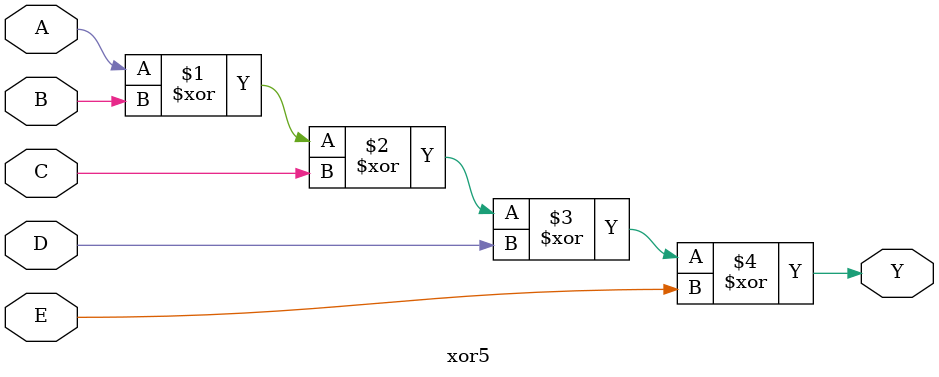
<source format=v>

module xor5 (Y, A, B, C, D, E);
    output Y;
    input A;
    input B;
    input C;
    input D;
    input E;

xor (Y, A, B, C, D, E);

endmodule

</source>
